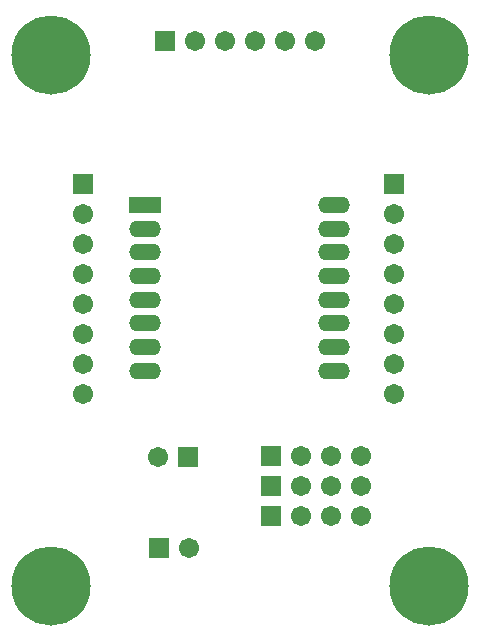
<source format=gts>
G04 Layer_Color=8388736*
%FSLAX24Y24*%
%MOIN*%
G70*
G01*
G75*
%ADD19O,0.1064X0.0552*%
%ADD20R,0.1064X0.0552*%
%ADD21C,0.2639*%
%ADD22R,0.0671X0.0671*%
%ADD23C,0.0671*%
%ADD24R,0.0671X0.0671*%
D19*
X11024Y8760D02*
D03*
Y9547D02*
D03*
Y10335D02*
D03*
Y11122D02*
D03*
Y11909D02*
D03*
Y12697D02*
D03*
Y13484D02*
D03*
Y14272D02*
D03*
X4724Y8760D02*
D03*
Y9547D02*
D03*
Y10335D02*
D03*
Y11122D02*
D03*
Y11909D02*
D03*
Y12697D02*
D03*
Y13484D02*
D03*
D20*
Y14272D02*
D03*
D21*
X1575Y1575D02*
D03*
X14173Y1575D02*
D03*
X1575Y19291D02*
D03*
X14173Y19291D02*
D03*
D22*
X5178Y2859D02*
D03*
X6142Y5866D02*
D03*
X5374Y19735D02*
D03*
X8908Y3921D02*
D03*
Y4921D02*
D03*
Y5921D02*
D03*
D23*
X6178Y2859D02*
D03*
X5142Y5866D02*
D03*
X6374Y19735D02*
D03*
X7374D02*
D03*
X8374D02*
D03*
X9374D02*
D03*
X10374D02*
D03*
X11908Y3921D02*
D03*
X10908D02*
D03*
X9908D02*
D03*
X11908Y4921D02*
D03*
X10908D02*
D03*
X9908D02*
D03*
X11908Y5921D02*
D03*
X10908D02*
D03*
X9908D02*
D03*
X12992Y13992D02*
D03*
Y12992D02*
D03*
Y11992D02*
D03*
Y10992D02*
D03*
Y9992D02*
D03*
Y8992D02*
D03*
Y7992D02*
D03*
X2657Y13992D02*
D03*
Y12992D02*
D03*
Y11992D02*
D03*
Y10992D02*
D03*
Y9992D02*
D03*
Y8992D02*
D03*
Y7992D02*
D03*
D24*
X12992Y14992D02*
D03*
X2657D02*
D03*
M02*

</source>
